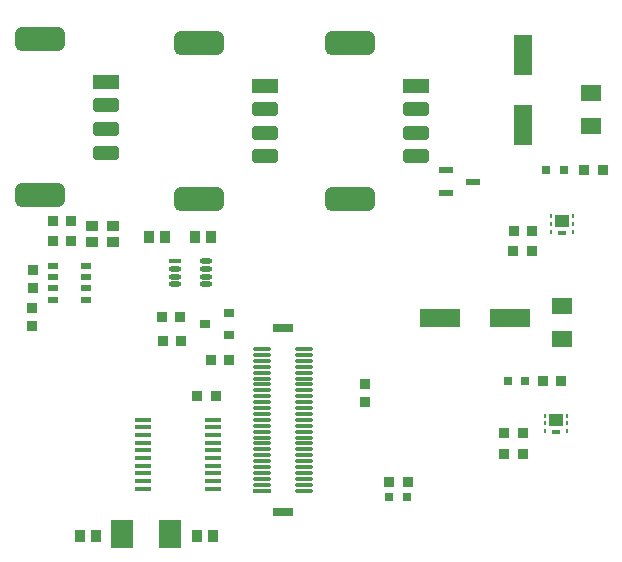
<source format=gtp>
G04*
G04 #@! TF.GenerationSoftware,Altium Limited,Altium Designer,18.1.6 (161)*
G04*
G04 Layer_Color=8421504*
%FSLAX25Y25*%
%MOIN*%
G70*
G01*
G75*
%ADD18R,0.03347X0.03347*%
%ADD19R,0.03150X0.03150*%
%ADD20R,0.03347X0.03347*%
%ADD21R,0.03937X0.03543*%
%ADD22R,0.03740X0.02362*%
%ADD23R,0.07087X0.05512*%
%ADD24R,0.03110X0.01181*%
%ADD25R,0.00984X0.01575*%
%ADD26R,0.04724X0.03937*%
%ADD27R,0.06102X0.13583*%
G04:AMPARAMS|DCode=28|XSize=78.74mil|YSize=165.35mil|CornerRadius=19.68mil|HoleSize=0mil|Usage=FLASHONLY|Rotation=270.000|XOffset=0mil|YOffset=0mil|HoleType=Round|Shape=RoundedRectangle|*
%AMROUNDEDRECTD28*
21,1,0.07874,0.12598,0,0,270.0*
21,1,0.03937,0.16535,0,0,270.0*
1,1,0.03937,-0.06299,-0.01968*
1,1,0.03937,-0.06299,0.01968*
1,1,0.03937,0.06299,0.01968*
1,1,0.03937,0.06299,-0.01968*
%
%ADD28ROUNDEDRECTD28*%
G04:AMPARAMS|DCode=29|XSize=47.24mil|YSize=86.61mil|CornerRadius=11.81mil|HoleSize=0mil|Usage=FLASHONLY|Rotation=270.000|XOffset=0mil|YOffset=0mil|HoleType=Round|Shape=RoundedRectangle|*
%AMROUNDEDRECTD29*
21,1,0.04724,0.06299,0,0,270.0*
21,1,0.02362,0.08661,0,0,270.0*
1,1,0.02362,-0.03150,-0.01181*
1,1,0.02362,-0.03150,0.01181*
1,1,0.02362,0.03150,0.01181*
1,1,0.02362,0.03150,-0.01181*
%
%ADD29ROUNDEDRECTD29*%
%ADD30R,0.08661X0.04724*%
%ADD31R,0.03543X0.03150*%
%ADD32R,0.05709X0.01772*%
%ADD33R,0.03543X0.03937*%
%ADD34O,0.04331X0.01772*%
%ADD35R,0.04331X0.01772*%
%ADD36R,0.04528X0.02362*%
%ADD37R,0.07087X0.03150*%
%ADD38R,0.06299X0.01181*%
%ADD39O,0.06299X0.01181*%
%ADD40R,0.07480X0.09449*%
%ADD41R,0.13583X0.06102*%
D18*
X151575Y38329D02*
D03*
X157677D02*
D03*
X45492Y118521D02*
D03*
X39390D02*
D03*
X82185Y85433D02*
D03*
X76083D02*
D03*
X81791Y93307D02*
D03*
X75689D02*
D03*
X195951Y47700D02*
D03*
X189849D02*
D03*
X195951Y54800D02*
D03*
X189849D02*
D03*
X199115Y122000D02*
D03*
X193013D02*
D03*
X199000Y115290D02*
D03*
X192898D02*
D03*
X216543Y142491D02*
D03*
X222646D02*
D03*
X91949Y78877D02*
D03*
X98051D02*
D03*
X39390Y125230D02*
D03*
X45492D02*
D03*
X87500Y67044D02*
D03*
X93602D02*
D03*
X202637Y72117D02*
D03*
X208740D02*
D03*
D19*
X157480Y33312D02*
D03*
X151575D02*
D03*
X191000Y72000D02*
D03*
X196906D02*
D03*
X203791Y142452D02*
D03*
X209697D02*
D03*
D20*
X143500Y71051D02*
D03*
Y64949D02*
D03*
X32660Y102863D02*
D03*
Y108966D02*
D03*
X32574Y90248D02*
D03*
Y96350D02*
D03*
D21*
X59404Y118500D02*
D03*
Y123815D02*
D03*
X52300Y118422D02*
D03*
Y123737D02*
D03*
D22*
X50295Y99114D02*
D03*
Y102854D02*
D03*
Y106595D02*
D03*
Y110335D02*
D03*
X39469Y99114D02*
D03*
Y102854D02*
D03*
Y106595D02*
D03*
Y110335D02*
D03*
D23*
X209000Y96913D02*
D03*
Y86087D02*
D03*
X218654Y157173D02*
D03*
Y168000D02*
D03*
D24*
X207000Y55000D02*
D03*
X209000Y121405D02*
D03*
D25*
X203358Y60472D02*
D03*
Y57913D02*
D03*
Y55354D02*
D03*
X210642D02*
D03*
Y57913D02*
D03*
Y60472D02*
D03*
X205358Y126878D02*
D03*
Y124319D02*
D03*
Y121760D02*
D03*
X212642D02*
D03*
Y124319D02*
D03*
Y126878D02*
D03*
D26*
X207000Y59095D02*
D03*
X209000Y125500D02*
D03*
D27*
X196000Y180741D02*
D03*
Y157513D02*
D03*
D28*
X35200Y134000D02*
D03*
Y185968D02*
D03*
X88071Y184646D02*
D03*
Y132677D02*
D03*
X138583Y184646D02*
D03*
Y132677D02*
D03*
D29*
X57169Y148173D02*
D03*
Y156047D02*
D03*
Y163921D02*
D03*
X110039Y146850D02*
D03*
Y154724D02*
D03*
Y162598D02*
D03*
X160551D02*
D03*
Y154724D02*
D03*
Y146850D02*
D03*
D30*
X57169Y171795D02*
D03*
X110039Y170473D02*
D03*
X160551D02*
D03*
D31*
X90063Y91000D02*
D03*
X97937Y94543D02*
D03*
Y87457D02*
D03*
D32*
X92798Y36122D02*
D03*
Y38681D02*
D03*
Y41240D02*
D03*
Y43799D02*
D03*
Y46358D02*
D03*
Y48917D02*
D03*
Y51476D02*
D03*
Y54035D02*
D03*
Y56595D02*
D03*
Y59153D02*
D03*
X69570Y36122D02*
D03*
Y38681D02*
D03*
Y41240D02*
D03*
Y43799D02*
D03*
Y46358D02*
D03*
Y48917D02*
D03*
Y51476D02*
D03*
Y54035D02*
D03*
Y56595D02*
D03*
Y59153D02*
D03*
D33*
X92158Y120026D02*
D03*
X86843D02*
D03*
X71358Y120026D02*
D03*
X76673D02*
D03*
X92815Y20472D02*
D03*
X87500D02*
D03*
X48524Y20472D02*
D03*
X53839D02*
D03*
D34*
X90517Y104261D02*
D03*
Y106820D02*
D03*
Y109379D02*
D03*
Y111939D02*
D03*
X80084Y104261D02*
D03*
Y106820D02*
D03*
Y109379D02*
D03*
D35*
Y111939D02*
D03*
D36*
X170571Y142240D02*
D03*
Y134760D02*
D03*
X179429Y138500D02*
D03*
D37*
X116142Y89764D02*
D03*
Y28346D02*
D03*
D38*
X109055Y35433D02*
D03*
D39*
Y37402D02*
D03*
Y39370D02*
D03*
Y41339D02*
D03*
Y43307D02*
D03*
Y45276D02*
D03*
Y47244D02*
D03*
Y49213D02*
D03*
Y51181D02*
D03*
Y53150D02*
D03*
Y55118D02*
D03*
Y57087D02*
D03*
Y59055D02*
D03*
Y61024D02*
D03*
Y62992D02*
D03*
Y64961D02*
D03*
Y66929D02*
D03*
Y68898D02*
D03*
Y70866D02*
D03*
Y72835D02*
D03*
Y74803D02*
D03*
Y76772D02*
D03*
Y78740D02*
D03*
Y80709D02*
D03*
Y82677D02*
D03*
X123228D02*
D03*
Y80709D02*
D03*
Y78740D02*
D03*
Y76772D02*
D03*
Y74803D02*
D03*
Y72835D02*
D03*
Y70866D02*
D03*
Y68898D02*
D03*
Y66929D02*
D03*
Y64961D02*
D03*
Y62992D02*
D03*
Y61024D02*
D03*
Y59055D02*
D03*
Y57087D02*
D03*
Y55118D02*
D03*
Y53150D02*
D03*
Y51181D02*
D03*
Y49213D02*
D03*
Y47244D02*
D03*
Y45276D02*
D03*
Y43307D02*
D03*
Y41339D02*
D03*
Y39370D02*
D03*
Y37402D02*
D03*
Y35433D02*
D03*
D40*
X78543Y20866D02*
D03*
X62402D02*
D03*
D41*
X191614Y93000D02*
D03*
X168386D02*
D03*
M02*

</source>
